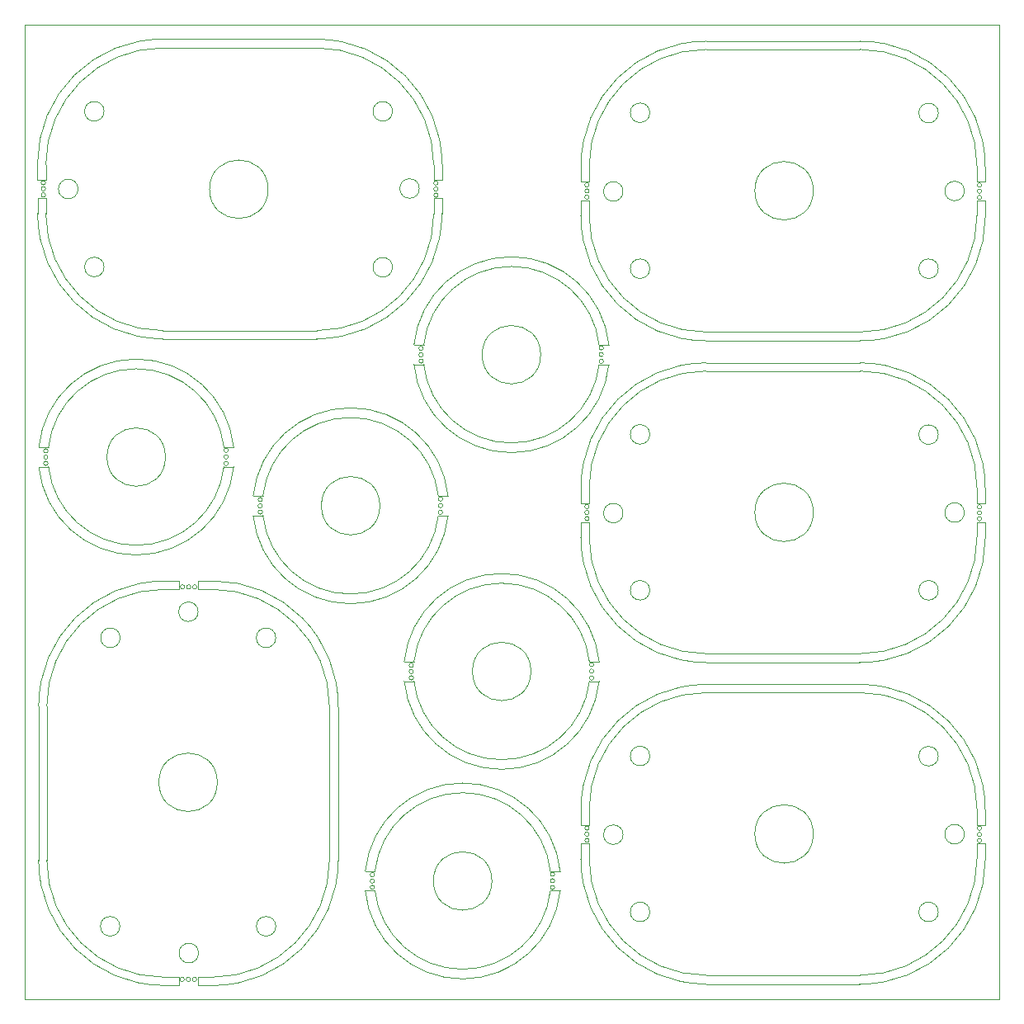
<source format=gbr>
%TF.GenerationSoftware,KiCad,Pcbnew,7.0.5-7.0.5~ubuntu22.04.1*%
%TF.CreationDate,2025-02-26T12:57:44+00:00*%
%TF.ProjectId,PBA0019-T50-6-trap,50424130-3031-4392-9d54-35302d362d74,1.0*%
%TF.SameCoordinates,Original*%
%TF.FileFunction,Profile,NP*%
%FSLAX46Y46*%
G04 Gerber Fmt 4.6, Leading zero omitted, Abs format (unit mm)*
G04 Created by KiCad (PCBNEW 7.0.5-7.0.5~ubuntu22.04.1) date 2025-02-26 12:57:44*
%MOMM*%
%LPD*%
G01*
G04 APERTURE LIST*
%TA.AperFunction,Profile*%
%ADD10C,0.050000*%
%TD*%
G04 APERTURE END LIST*
D10*
X92300000Y-138050000D02*
X92300000Y-38050000D01*
X192300000Y-138050000D02*
X192300000Y-38050000D01*
X92300000Y-38050000D02*
X192300000Y-38050000D01*
X192300000Y-138050000D02*
X92300000Y-138050000D01*
X177964662Y-70475004D02*
G75*
G03*
X190875000Y-57725000I159338J12750004D01*
G01*
X162225000Y-39734342D02*
X178025000Y-39734342D01*
X162215658Y-70475000D02*
X177964662Y-70475000D01*
X190025000Y-52575000D02*
G75*
G03*
X178025000Y-40575000I-12000000J0D01*
G01*
X190865658Y-52575000D02*
G75*
G03*
X178025000Y-39734342I-12840658J0D01*
G01*
X156450000Y-47075000D02*
G75*
G03*
X156450000Y-47075000I-1000000J0D01*
G01*
X153700000Y-55150000D02*
G75*
G03*
X153700000Y-55150000I-1000000J0D01*
G01*
X186050000Y-47100000D02*
G75*
G03*
X186050000Y-47100000I-1000000J0D01*
G01*
X190865658Y-54150000D02*
X190025000Y-54150000D01*
X190498607Y-55750000D02*
G75*
G03*
X190498607Y-55750000I-223607J0D01*
G01*
X150223607Y-55098606D02*
G75*
G03*
X150223607Y-55098606I-223607J0D01*
G01*
X150223607Y-55725000D02*
G75*
G03*
X150223607Y-55725000I-223607J0D01*
G01*
X150225000Y-52575000D02*
X150225000Y-54150000D01*
X190875000Y-56075000D02*
X190875000Y-57725000D01*
X186050000Y-63075000D02*
G75*
G03*
X186050000Y-63075000I-1000000J0D01*
G01*
X150225000Y-57575000D02*
G75*
G03*
X162225000Y-69575000I12000000J0D01*
G01*
X178025000Y-69575000D02*
G75*
G03*
X190025000Y-57575000I0J12000000D01*
G01*
X162225000Y-39734342D02*
G75*
G03*
X149384342Y-52575000I0J-12840658D01*
G01*
X150223607Y-54475000D02*
G75*
G03*
X150223607Y-54475000I-223607J0D01*
G01*
X190025000Y-52575000D02*
X190025000Y-54150000D01*
X156450000Y-63075000D02*
G75*
G03*
X156450000Y-63075000I-1000000J0D01*
G01*
X162225000Y-40575000D02*
G75*
G03*
X150225000Y-52575000I0J-12000000D01*
G01*
X178025000Y-40575000D02*
X162225000Y-40575000D01*
X173225000Y-55075000D02*
G75*
G03*
X173225000Y-55075000I-3000210J0D01*
G01*
X178025000Y-69575000D02*
X162225000Y-69575000D01*
X150225000Y-56075000D02*
X150225000Y-57575000D01*
X149375000Y-57634342D02*
G75*
G03*
X162215658Y-70475000I12840660J2D01*
G01*
X149375000Y-56075000D02*
X150225000Y-56075000D01*
X149384342Y-54150000D02*
X150225000Y-54150000D01*
X190025000Y-56075000D02*
X190025000Y-57575000D01*
X190498607Y-54500000D02*
G75*
G03*
X190498607Y-54500000I-223607J0D01*
G01*
X188725000Y-55100000D02*
G75*
G03*
X188725000Y-55100000I-1000000J0D01*
G01*
X149375000Y-57634342D02*
X149375000Y-56075000D01*
X149384342Y-54150000D02*
X149384342Y-52575000D01*
X190865658Y-52575000D02*
X190865658Y-54150000D01*
X190498607Y-55126394D02*
G75*
G03*
X190498607Y-55126394I-223607J0D01*
G01*
X190875000Y-56075000D02*
X190025000Y-56075000D01*
X150223607Y-88098606D02*
G75*
G03*
X150223607Y-88098606I-223607J0D01*
G01*
X150223607Y-88725000D02*
G75*
G03*
X150223607Y-88725000I-223607J0D01*
G01*
X150225000Y-85575000D02*
X150225000Y-87150000D01*
X190498607Y-88750000D02*
G75*
G03*
X190498607Y-88750000I-223607J0D01*
G01*
X190865658Y-87150000D02*
X190025000Y-87150000D01*
X186050000Y-80100000D02*
G75*
G03*
X186050000Y-80100000I-1000000J0D01*
G01*
X153700000Y-88150000D02*
G75*
G03*
X153700000Y-88150000I-1000000J0D01*
G01*
X156450000Y-80075000D02*
G75*
G03*
X156450000Y-80075000I-1000000J0D01*
G01*
X190865658Y-85575000D02*
G75*
G03*
X178025000Y-72734342I-12840658J0D01*
G01*
X190025000Y-85575000D02*
G75*
G03*
X178025000Y-73575000I-12000000J0D01*
G01*
X162215658Y-103475000D02*
X177964662Y-103475000D01*
X162225000Y-72734342D02*
X178025000Y-72734342D01*
X177964662Y-103475004D02*
G75*
G03*
X190875000Y-90725000I159338J12750004D01*
G01*
X190875000Y-89075000D02*
X190025000Y-89075000D01*
X190498607Y-88126394D02*
G75*
G03*
X190498607Y-88126394I-223607J0D01*
G01*
X190865658Y-85575000D02*
X190865658Y-87150000D01*
X149384342Y-87150000D02*
X149384342Y-85575000D01*
X149375000Y-90634342D02*
X149375000Y-89075000D01*
X188725000Y-88100000D02*
G75*
G03*
X188725000Y-88100000I-1000000J0D01*
G01*
X190498607Y-87500000D02*
G75*
G03*
X190498607Y-87500000I-223607J0D01*
G01*
X190025000Y-89075000D02*
X190025000Y-90575000D01*
X149384342Y-87150000D02*
X150225000Y-87150000D01*
X149375000Y-89075000D02*
X150225000Y-89075000D01*
X149375000Y-90634342D02*
G75*
G03*
X162215658Y-103475000I12840660J2D01*
G01*
X150225000Y-89075000D02*
X150225000Y-90575000D01*
X178025000Y-102575000D02*
X162225000Y-102575000D01*
X173225000Y-88075000D02*
G75*
G03*
X173225000Y-88075000I-3000210J0D01*
G01*
X178025000Y-73575000D02*
X162225000Y-73575000D01*
X162225000Y-73575000D02*
G75*
G03*
X150225000Y-85575000I0J-12000000D01*
G01*
X156450000Y-96075000D02*
G75*
G03*
X156450000Y-96075000I-1000000J0D01*
G01*
X190025000Y-85575000D02*
X190025000Y-87150000D01*
X150223607Y-87475000D02*
G75*
G03*
X150223607Y-87475000I-223607J0D01*
G01*
X162225000Y-72734342D02*
G75*
G03*
X149384342Y-85575000I0J-12840658D01*
G01*
X178025000Y-102575000D02*
G75*
G03*
X190025000Y-90575000I0J12000000D01*
G01*
X150225000Y-90575000D02*
G75*
G03*
X162225000Y-102575000I12000000J0D01*
G01*
X186050000Y-96075000D02*
G75*
G03*
X186050000Y-96075000I-1000000J0D01*
G01*
X190875000Y-89075000D02*
X190875000Y-90725000D01*
X190875000Y-122075000D02*
X190875000Y-123725000D01*
X186050000Y-129075000D02*
G75*
G03*
X186050000Y-129075000I-1000000J0D01*
G01*
X150225000Y-123575000D02*
G75*
G03*
X162225000Y-135575000I12000000J0D01*
G01*
X178025000Y-135575000D02*
G75*
G03*
X190025000Y-123575000I0J12000000D01*
G01*
X162225000Y-105734342D02*
G75*
G03*
X149384342Y-118575000I0J-12840658D01*
G01*
X150223607Y-120475000D02*
G75*
G03*
X150223607Y-120475000I-223607J0D01*
G01*
X190025000Y-118575000D02*
X190025000Y-120150000D01*
X156450000Y-129075000D02*
G75*
G03*
X156450000Y-129075000I-1000000J0D01*
G01*
X162225000Y-106575000D02*
G75*
G03*
X150225000Y-118575000I0J-12000000D01*
G01*
X178025000Y-106575000D02*
X162225000Y-106575000D01*
X173225000Y-121075000D02*
G75*
G03*
X173225000Y-121075000I-3000210J0D01*
G01*
X178025000Y-135575000D02*
X162225000Y-135575000D01*
X150225000Y-122075000D02*
X150225000Y-123575000D01*
X149375000Y-123634342D02*
G75*
G03*
X162215658Y-136475000I12840660J2D01*
G01*
X149375000Y-122075000D02*
X150225000Y-122075000D01*
X149384342Y-120150000D02*
X150225000Y-120150000D01*
X190025000Y-122075000D02*
X190025000Y-123575000D01*
X190498607Y-120500000D02*
G75*
G03*
X190498607Y-120500000I-223607J0D01*
G01*
X188725000Y-121100000D02*
G75*
G03*
X188725000Y-121100000I-1000000J0D01*
G01*
X149375000Y-123634342D02*
X149375000Y-122075000D01*
X149384342Y-120150000D02*
X149384342Y-118575000D01*
X190865658Y-118575000D02*
X190865658Y-120150000D01*
X190498607Y-121126394D02*
G75*
G03*
X190498607Y-121126394I-223607J0D01*
G01*
X190875000Y-122075000D02*
X190025000Y-122075000D01*
X177964662Y-136475004D02*
G75*
G03*
X190875000Y-123725000I159338J12750004D01*
G01*
X162225000Y-105734342D02*
X178025000Y-105734342D01*
X162215658Y-136475000D02*
X177964662Y-136475000D01*
X190025000Y-118575000D02*
G75*
G03*
X178025000Y-106575000I-12000000J0D01*
G01*
X190865658Y-118575000D02*
G75*
G03*
X178025000Y-105734342I-12840658J0D01*
G01*
X156450000Y-113075000D02*
G75*
G03*
X156450000Y-113075000I-1000000J0D01*
G01*
X153700000Y-121150000D02*
G75*
G03*
X153700000Y-121150000I-1000000J0D01*
G01*
X186050000Y-113100000D02*
G75*
G03*
X186050000Y-113100000I-1000000J0D01*
G01*
X190865658Y-120150000D02*
X190025000Y-120150000D01*
X190498607Y-121750000D02*
G75*
G03*
X190498607Y-121750000I-223607J0D01*
G01*
X150225000Y-118575000D02*
X150225000Y-120150000D01*
X150223607Y-121725000D02*
G75*
G03*
X150223607Y-121725000I-223607J0D01*
G01*
X150223607Y-121098606D02*
G75*
G03*
X150223607Y-121098606I-223607J0D01*
G01*
X124475004Y-108035338D02*
G75*
G03*
X111725000Y-95125000I-12750004J159338D01*
G01*
X93734342Y-123775000D02*
X93734342Y-107975000D01*
X124475000Y-123784342D02*
X124475000Y-108035338D01*
X106575000Y-95975000D02*
G75*
G03*
X94575000Y-107975000I0J-12000000D01*
G01*
X106575000Y-95134342D02*
G75*
G03*
X93734342Y-107975000I0J-12840658D01*
G01*
X102075000Y-130550000D02*
G75*
G03*
X102075000Y-130550000I-1000000J0D01*
G01*
X110150000Y-133300000D02*
G75*
G03*
X110150000Y-133300000I-1000000J0D01*
G01*
X102100000Y-100950000D02*
G75*
G03*
X102100000Y-100950000I-1000000J0D01*
G01*
X108150000Y-95134342D02*
X108150000Y-95975000D01*
X109973607Y-95725000D02*
G75*
G03*
X109973607Y-95725000I-223607J0D01*
G01*
X109322213Y-136000000D02*
G75*
G03*
X109322213Y-136000000I-223607J0D01*
G01*
X109948607Y-136000000D02*
G75*
G03*
X109948607Y-136000000I-223607J0D01*
G01*
X106575000Y-135775000D02*
X108150000Y-135775000D01*
X110075000Y-95125000D02*
X111725000Y-95125000D01*
X118075000Y-100950000D02*
G75*
G03*
X118075000Y-100950000I-1000000J0D01*
G01*
X111575000Y-135775000D02*
G75*
G03*
X123575000Y-123775000I0J12000000D01*
G01*
X123575000Y-107975000D02*
G75*
G03*
X111575000Y-95975000I-12000000J0D01*
G01*
X93734342Y-123775000D02*
G75*
G03*
X106575000Y-136615658I12840658J0D01*
G01*
X108698607Y-136000000D02*
G75*
G03*
X108698607Y-136000000I-223607J0D01*
G01*
X106575000Y-95975000D02*
X108150000Y-95975000D01*
X118075000Y-130550000D02*
G75*
G03*
X118075000Y-130550000I-1000000J0D01*
G01*
X94575000Y-123775000D02*
G75*
G03*
X106575000Y-135775000I12000000J0D01*
G01*
X94575000Y-107975000D02*
X94575000Y-123775000D01*
X112075210Y-115775210D02*
G75*
G03*
X112075210Y-115775210I-3000210J0D01*
G01*
X123575000Y-107975000D02*
X123575000Y-123775000D01*
X110075000Y-135775000D02*
X111575000Y-135775000D01*
X111634342Y-136625000D02*
G75*
G03*
X124475000Y-123784342I-2J12840660D01*
G01*
X110075000Y-136625000D02*
X110075000Y-135775000D01*
X108150000Y-136615658D02*
X108150000Y-135775000D01*
X110075000Y-95975000D02*
X111575000Y-95975000D01*
X108723607Y-95725000D02*
G75*
G03*
X108723607Y-95725000I-223607J0D01*
G01*
X110100000Y-98275000D02*
G75*
G03*
X110100000Y-98275000I-1000000J0D01*
G01*
X111634342Y-136625000D02*
X110075000Y-136625000D01*
X108150000Y-136615658D02*
X106575000Y-136615658D01*
X106575000Y-95134342D02*
X108150000Y-95134342D01*
X109350001Y-95725000D02*
G75*
G03*
X109350001Y-95725000I-223607J0D01*
G01*
X110075000Y-95125000D02*
X110075000Y-95975000D01*
X147250000Y-124900001D02*
X146249999Y-124900001D01*
X140250210Y-125900000D02*
G75*
G03*
X140250210Y-125900000I-3000210J0D01*
G01*
X128250000Y-126900000D02*
G75*
G03*
X146249998Y-126900000I8999999J999999D01*
G01*
X146249999Y-124900001D02*
G75*
G03*
X128250001Y-124900000I-8999999J-999999D01*
G01*
X147249999Y-124900001D02*
G75*
G03*
X127250001Y-124900000I-9999999J-999999D01*
G01*
X127250003Y-126900000D02*
G75*
G03*
X147249997Y-126900001I9999997J1000000D01*
G01*
X128250001Y-124900000D02*
X127250000Y-124900000D01*
X128250000Y-126900000D02*
X127250000Y-126900000D01*
X146250000Y-126900000D02*
X147249999Y-126900000D01*
X146697213Y-125200000D02*
G75*
G03*
X146697213Y-125200000I-223607J0D01*
G01*
X146697213Y-125876394D02*
G75*
G03*
X146697213Y-125876394I-223607J0D01*
G01*
X146697213Y-126576394D02*
G75*
G03*
X146697213Y-126576394I-223607J0D01*
G01*
X128193607Y-125263606D02*
G75*
G03*
X128193607Y-125263606I-223607J0D01*
G01*
X128203607Y-126553606D02*
G75*
G03*
X128203607Y-126553606I-223607J0D01*
G01*
X128193607Y-125913606D02*
G75*
G03*
X128193607Y-125913606I-223607J0D01*
G01*
X151250000Y-103400001D02*
X150249999Y-103400001D01*
X144250210Y-104400000D02*
G75*
G03*
X144250210Y-104400000I-3000210J0D01*
G01*
X132250000Y-105400000D02*
G75*
G03*
X150249998Y-105400000I8999999J999999D01*
G01*
X150249999Y-103400001D02*
G75*
G03*
X132250001Y-103400000I-8999999J-999999D01*
G01*
X151249999Y-103400001D02*
G75*
G03*
X131250001Y-103400000I-9999999J-999999D01*
G01*
X131250003Y-105400000D02*
G75*
G03*
X151249997Y-105400001I9999997J1000000D01*
G01*
X132250001Y-103400000D02*
X131250000Y-103400000D01*
X132250000Y-105400000D02*
X131250000Y-105400000D01*
X150250000Y-105400000D02*
X151249999Y-105400000D01*
X150697213Y-103700000D02*
G75*
G03*
X150697213Y-103700000I-223607J0D01*
G01*
X150697213Y-104376394D02*
G75*
G03*
X150697213Y-104376394I-223607J0D01*
G01*
X150697213Y-105076394D02*
G75*
G03*
X150697213Y-105076394I-223607J0D01*
G01*
X132193607Y-103763606D02*
G75*
G03*
X132193607Y-103763606I-223607J0D01*
G01*
X132203607Y-105053606D02*
G75*
G03*
X132203607Y-105053606I-223607J0D01*
G01*
X132193607Y-104413606D02*
G75*
G03*
X132193607Y-104413606I-223607J0D01*
G01*
X106535338Y-39524996D02*
G75*
G03*
X93625000Y-52275000I-159338J-12750004D01*
G01*
X122275000Y-70265658D02*
X106475000Y-70265658D01*
X122284342Y-39525000D02*
X106535338Y-39525000D01*
X94475000Y-57425000D02*
G75*
G03*
X106475000Y-69425000I12000000J0D01*
G01*
X93634342Y-57425000D02*
G75*
G03*
X106475000Y-70265658I12840658J0D01*
G01*
X130050000Y-62925000D02*
G75*
G03*
X130050000Y-62925000I-1000000J0D01*
G01*
X132800000Y-54850000D02*
G75*
G03*
X132800000Y-54850000I-1000000J0D01*
G01*
X100450000Y-62900000D02*
G75*
G03*
X100450000Y-62900000I-1000000J0D01*
G01*
X93634342Y-55850000D02*
X94475000Y-55850000D01*
X94448607Y-54250000D02*
G75*
G03*
X94448607Y-54250000I-223607J0D01*
G01*
X134723607Y-54901394D02*
G75*
G03*
X134723607Y-54901394I-223607J0D01*
G01*
X134723607Y-54275000D02*
G75*
G03*
X134723607Y-54275000I-223607J0D01*
G01*
X134275000Y-57425000D02*
X134275000Y-55850000D01*
X93625000Y-53925000D02*
X93625000Y-52275000D01*
X100450000Y-46925000D02*
G75*
G03*
X100450000Y-46925000I-1000000J0D01*
G01*
X134275000Y-52425000D02*
G75*
G03*
X122275000Y-40425000I-12000000J0D01*
G01*
X106475000Y-40425000D02*
G75*
G03*
X94475000Y-52425000I0J-12000000D01*
G01*
X122275000Y-70265658D02*
G75*
G03*
X135115658Y-57425000I0J12840658D01*
G01*
X134723607Y-55525000D02*
G75*
G03*
X134723607Y-55525000I-223607J0D01*
G01*
X94475000Y-57425000D02*
X94475000Y-55850000D01*
X130050000Y-46925000D02*
G75*
G03*
X130050000Y-46925000I-1000000J0D01*
G01*
X122275000Y-69425000D02*
G75*
G03*
X134275000Y-57425000I0J12000000D01*
G01*
X106475000Y-69425000D02*
X122275000Y-69425000D01*
X117275420Y-54925000D02*
G75*
G03*
X117275420Y-54925000I-3000210J0D01*
G01*
X106475000Y-40425000D02*
X122275000Y-40425000D01*
X134275000Y-53925000D02*
X134275000Y-52425000D01*
X135125000Y-52365658D02*
G75*
G03*
X122284342Y-39525000I-12840660J-2D01*
G01*
X135125000Y-53925000D02*
X134275000Y-53925000D01*
X135115658Y-55850000D02*
X134275000Y-55850000D01*
X94475000Y-53925000D02*
X94475000Y-52425000D01*
X94448607Y-55500000D02*
G75*
G03*
X94448607Y-55500000I-223607J0D01*
G01*
X97775000Y-54900000D02*
G75*
G03*
X97775000Y-54900000I-1000000J0D01*
G01*
X135125000Y-52365658D02*
X135125000Y-53925000D01*
X135115658Y-55850000D02*
X135115658Y-57425000D01*
X93634342Y-57425000D02*
X93634342Y-55850000D01*
X94448607Y-54873606D02*
G75*
G03*
X94448607Y-54873606I-223607J0D01*
G01*
X93625000Y-53925000D02*
X94475000Y-53925000D01*
X152250000Y-70900001D02*
X151249999Y-70900001D01*
X145250210Y-71900000D02*
G75*
G03*
X145250210Y-71900000I-3000210J0D01*
G01*
X133250000Y-72900000D02*
G75*
G03*
X151249998Y-72900000I8999999J999999D01*
G01*
X151249999Y-70900001D02*
G75*
G03*
X133250001Y-70900000I-8999999J-999999D01*
G01*
X152249999Y-70900001D02*
G75*
G03*
X132250001Y-70900000I-9999999J-999999D01*
G01*
X132250003Y-72900000D02*
G75*
G03*
X152249997Y-72900001I9999997J1000000D01*
G01*
X133250001Y-70900000D02*
X132250000Y-70900000D01*
X133250000Y-72900000D02*
X132250000Y-72900000D01*
X151250000Y-72900000D02*
X152249999Y-72900000D01*
X151697213Y-71200000D02*
G75*
G03*
X151697213Y-71200000I-223607J0D01*
G01*
X151697213Y-71876394D02*
G75*
G03*
X151697213Y-71876394I-223607J0D01*
G01*
X151697213Y-72576394D02*
G75*
G03*
X151697213Y-72576394I-223607J0D01*
G01*
X133193607Y-71263606D02*
G75*
G03*
X133193607Y-71263606I-223607J0D01*
G01*
X133203607Y-72553606D02*
G75*
G03*
X133203607Y-72553606I-223607J0D01*
G01*
X133193607Y-71913606D02*
G75*
G03*
X133193607Y-71913606I-223607J0D01*
G01*
X113750000Y-81400001D02*
X112749999Y-81400001D01*
X106750210Y-82400000D02*
G75*
G03*
X106750210Y-82400000I-3000210J0D01*
G01*
X94750000Y-83400000D02*
G75*
G03*
X112749998Y-83400000I8999999J999999D01*
G01*
X112749999Y-81400001D02*
G75*
G03*
X94750001Y-81400000I-8999999J-999999D01*
G01*
X113749999Y-81400001D02*
G75*
G03*
X93750001Y-81400000I-9999999J-999999D01*
G01*
X93750003Y-83400000D02*
G75*
G03*
X113749997Y-83400001I9999997J1000000D01*
G01*
X94750001Y-81400000D02*
X93750000Y-81400000D01*
X94750000Y-83400000D02*
X93750000Y-83400000D01*
X112750000Y-83400000D02*
X113749999Y-83400000D01*
X113197213Y-81700000D02*
G75*
G03*
X113197213Y-81700000I-223607J0D01*
G01*
X113197213Y-82376394D02*
G75*
G03*
X113197213Y-82376394I-223607J0D01*
G01*
X113197213Y-83076394D02*
G75*
G03*
X113197213Y-83076394I-223607J0D01*
G01*
X94693607Y-81763606D02*
G75*
G03*
X94693607Y-81763606I-223607J0D01*
G01*
X94703607Y-83053606D02*
G75*
G03*
X94703607Y-83053606I-223607J0D01*
G01*
X94693607Y-82413606D02*
G75*
G03*
X94693607Y-82413606I-223607J0D01*
G01*
X135750000Y-86400001D02*
X134749999Y-86400001D01*
X128750210Y-87400000D02*
G75*
G03*
X128750210Y-87400000I-3000210J0D01*
G01*
X116750000Y-88400000D02*
G75*
G03*
X134749998Y-88400000I8999999J999999D01*
G01*
X134749999Y-86400001D02*
G75*
G03*
X116750001Y-86400000I-8999999J-999999D01*
G01*
X135749999Y-86400001D02*
G75*
G03*
X115750001Y-86400000I-9999999J-999999D01*
G01*
X115750003Y-88400000D02*
G75*
G03*
X135749997Y-88400001I9999997J1000000D01*
G01*
X116750001Y-86400000D02*
X115750000Y-86400000D01*
X116750000Y-88400000D02*
X115750000Y-88400000D01*
X134750000Y-88400000D02*
X135749999Y-88400000D01*
X135197213Y-86700000D02*
G75*
G03*
X135197213Y-86700000I-223607J0D01*
G01*
X135197213Y-87376394D02*
G75*
G03*
X135197213Y-87376394I-223607J0D01*
G01*
X135197213Y-88076394D02*
G75*
G03*
X135197213Y-88076394I-223607J0D01*
G01*
X116693607Y-86763606D02*
G75*
G03*
X116693607Y-86763606I-223607J0D01*
G01*
X116703607Y-88053606D02*
G75*
G03*
X116703607Y-88053606I-223607J0D01*
G01*
X116693607Y-87413606D02*
G75*
G03*
X116693607Y-87413606I-223607J0D01*
G01*
M02*

</source>
